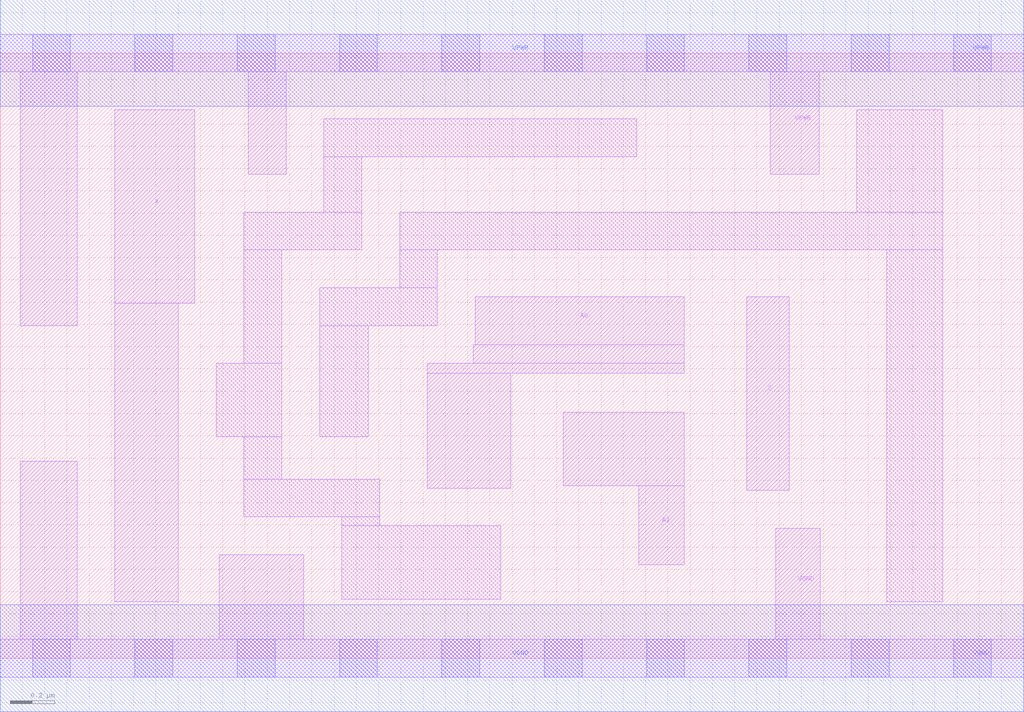
<source format=lef>
# Copyright 2020 The SkyWater PDK Authors
#
# Licensed under the Apache License, Version 2.0 (the "License");
# you may not use this file except in compliance with the License.
# You may obtain a copy of the License at
#
#     https://www.apache.org/licenses/LICENSE-2.0
#
# Unless required by applicable law or agreed to in writing, software
# distributed under the License is distributed on an "AS IS" BASIS,
# WITHOUT WARRANTIES OR CONDITIONS OF ANY KIND, either express or implied.
# See the License for the specific language governing permissions and
# limitations under the License.
#
# SPDX-License-Identifier: Apache-2.0

VERSION 5.7 ;
  NAMESCASESENSITIVE ON ;
  NOWIREEXTENSIONATPIN ON ;
  DIVIDERCHAR "/" ;
  BUSBITCHARS "[]" ;
UNITS
  DATABASE MICRONS 200 ;
END UNITS
PROPERTYDEFINITIONS
  MACRO maskLayoutSubType STRING ;
  MACRO prCellType STRING ;
  MACRO originalViewName STRING ;
END PROPERTYDEFINITIONS
MACRO sky130_fd_sc_hdll__mux2_2
  CLASS CORE ;
  FOREIGN sky130_fd_sc_hdll__mux2_2 ;
  ORIGIN  0.000000  0.000000 ;
  SIZE  4.600000 BY  2.720000 ;
  SYMMETRY X Y R90 ;
  SITE unithd ;
  PIN A0
    ANTENNAGATEAREA  0.178200 ;
    DIRECTION INPUT ;
    USE SIGNAL ;
    PORT
      LAYER li1 ;
        RECT 1.920000 0.765000 2.295000 1.280000 ;
        RECT 1.920000 1.280000 3.075000 1.325000 ;
        RECT 2.125000 1.325000 3.075000 1.410000 ;
        RECT 2.135000 1.410000 3.075000 1.625000 ;
    END
  END A0
  PIN A1
    ANTENNAGATEAREA  0.178200 ;
    DIRECTION INPUT ;
    USE SIGNAL ;
    PORT
      LAYER li1 ;
        RECT 2.530000 0.775000 3.075000 1.105000 ;
        RECT 2.870000 0.420000 3.075000 0.775000 ;
    END
  END A1
  PIN S
    ANTENNAGATEAREA  0.356400 ;
    DIRECTION INPUT ;
    USE SIGNAL ;
    PORT
      LAYER li1 ;
        RECT 3.355000 0.755000 3.545000 1.625000 ;
    END
  END S
  PIN VGND
    ANTENNADIFFAREA  0.555100 ;
    DIRECTION INOUT ;
    USE SIGNAL ;
    PORT
      LAYER li1 ;
        RECT 0.000000 -0.085000 4.600000 0.085000 ;
        RECT 0.090000  0.085000 0.345000 0.885000 ;
        RECT 0.985000  0.085000 1.365000 0.465000 ;
        RECT 3.485000  0.085000 3.685000 0.585000 ;
      LAYER mcon ;
        RECT 0.145000 -0.085000 0.315000 0.085000 ;
        RECT 0.605000 -0.085000 0.775000 0.085000 ;
        RECT 1.065000 -0.085000 1.235000 0.085000 ;
        RECT 1.525000 -0.085000 1.695000 0.085000 ;
        RECT 1.985000 -0.085000 2.155000 0.085000 ;
        RECT 2.445000 -0.085000 2.615000 0.085000 ;
        RECT 2.905000 -0.085000 3.075000 0.085000 ;
        RECT 3.365000 -0.085000 3.535000 0.085000 ;
        RECT 3.825000 -0.085000 3.995000 0.085000 ;
        RECT 4.285000 -0.085000 4.455000 0.085000 ;
      LAYER met1 ;
        RECT 0.000000 -0.240000 4.600000 0.240000 ;
    END
  END VGND
  PIN VPWR
    ANTENNADIFFAREA  0.776400 ;
    DIRECTION INOUT ;
    USE SIGNAL ;
    PORT
      LAYER li1 ;
        RECT 0.000000 2.635000 4.600000 2.805000 ;
        RECT 0.090000 1.495000 0.345000 2.635000 ;
        RECT 1.115000 2.175000 1.285000 2.635000 ;
        RECT 3.460000 2.175000 3.680000 2.635000 ;
      LAYER mcon ;
        RECT 0.145000 2.635000 0.315000 2.805000 ;
        RECT 0.605000 2.635000 0.775000 2.805000 ;
        RECT 1.065000 2.635000 1.235000 2.805000 ;
        RECT 1.525000 2.635000 1.695000 2.805000 ;
        RECT 1.985000 2.635000 2.155000 2.805000 ;
        RECT 2.445000 2.635000 2.615000 2.805000 ;
        RECT 2.905000 2.635000 3.075000 2.805000 ;
        RECT 3.365000 2.635000 3.535000 2.805000 ;
        RECT 3.825000 2.635000 3.995000 2.805000 ;
        RECT 4.285000 2.635000 4.455000 2.805000 ;
      LAYER met1 ;
        RECT 0.000000 2.480000 4.600000 2.960000 ;
    END
  END VPWR
  PIN X
    ANTENNADIFFAREA  0.498000 ;
    DIRECTION OUTPUT ;
    USE SIGNAL ;
    PORT
      LAYER li1 ;
        RECT 0.515000 0.255000 0.800000 1.595000 ;
        RECT 0.515000 1.595000 0.875000 2.465000 ;
    END
  END X
  OBS
    LAYER li1 ;
      RECT 0.970000 0.995000 1.265000 1.325000 ;
      RECT 1.095000 0.635000 1.705000 0.805000 ;
      RECT 1.095000 0.805000 1.265000 0.995000 ;
      RECT 1.095000 1.325000 1.265000 1.835000 ;
      RECT 1.095000 1.835000 1.625000 2.005000 ;
      RECT 1.435000 0.995000 1.655000 1.495000 ;
      RECT 1.435000 1.495000 1.965000 1.665000 ;
      RECT 1.455000 2.005000 1.625000 2.255000 ;
      RECT 1.455000 2.255000 2.860000 2.425000 ;
      RECT 1.535000 0.265000 2.250000 0.595000 ;
      RECT 1.535000 0.595000 1.705000 0.635000 ;
      RECT 1.795000 1.665000 1.965000 1.835000 ;
      RECT 1.795000 1.835000 4.235000 2.005000 ;
      RECT 3.850000 2.005000 4.235000 2.465000 ;
      RECT 3.985000 0.255000 4.235000 1.835000 ;
  END
  PROPERTY maskLayoutSubType "abstract" ;
  PROPERTY prCellType "standard" ;
  PROPERTY originalViewName "layout" ;
END sky130_fd_sc_hdll__mux2_2

</source>
